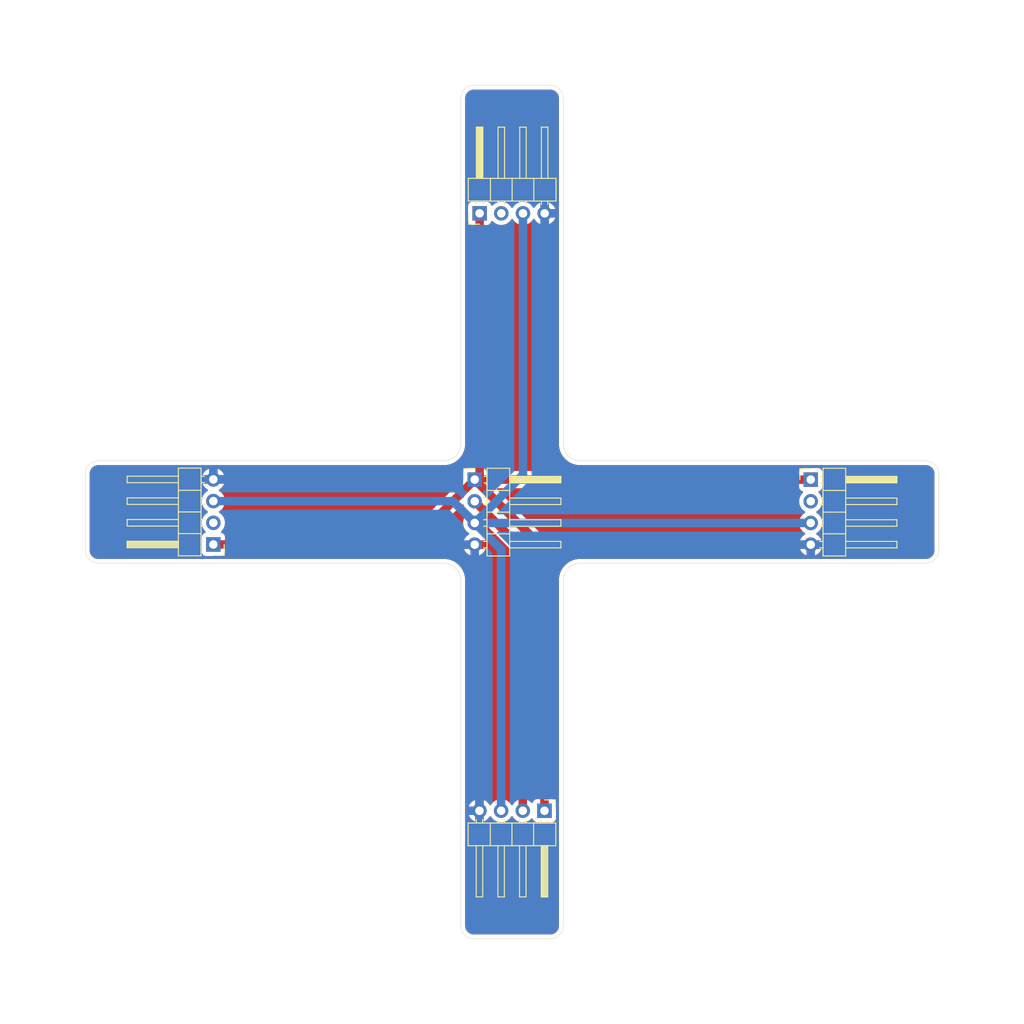
<source format=kicad_pcb>
(kicad_pcb (version 20211014) (generator pcbnew)
  (layers (0 "F.Cu" signal) (31 "B.Cu" signal) (34 "B.Paste" user) (35 "F.Paste" user) (36 "B.SilkS" user "B.Silkscreen") (37 "F.SilkS" user "F.Silkscreen") (38 "B.Mask" user) (39 "F.Mask" user) (44 "Edge.Cuts" user))
  (net 0 "")
  (net 1 "Net-(M1-Pad1)")
  (net 2 "Net-(M1-Pad2)")
  (net 4 "GND")
  (net 7 "+12V")
  (footprint "Connector_PinHeader_2.54mm:PinHeader_1x04_P2.54mm_Horizontal" (layer "F.Cu") (at 172.999999 74.2)
    (fp_text reference "M2" hide)
    (fp_text value "Fan_1")
    (fp_line (start 1.44 8.95) (end 4.1 8.95) (layer "F.SilkS") (width 0.12))
    (fp_line (start 1.042929 2.92) (end 1.44 2.92) (layer "F.SilkS") (width 0.12))
    (fp_line (start 4.1 7.24) (end 10.1 7.24) (layer "F.SilkS") (width 0.12))
    (fp_line (start 1.44 -1.33) (end 1.44 8.95) (layer "F.SilkS") (width 0.12))
    (fp_line (start 4.1 0.28) (end 10.1 0.28) (layer "F.SilkS") (width 0.12))
    (fp_line (start 1.44 6.35) (end 4.1 6.35) (layer "F.SilkS") (width 0.12))
    (fp_line (start 10.1 7.24) (end 10.1 8) (layer "F.SilkS") (width 0.12))
    (fp_line (start 1.44 3.81) (end 4.1 3.81) (layer "F.SilkS") (width 0.12))
    (fp_line (start 4.1 -0.32) (end 10.1 -0.32) (layer "F.SilkS") (width 0.12))
    (fp_line (start 10.1 0.38) (end 4.1 0.38) (layer "F.SilkS") (width 0.12))
    (fp_line (start 1.11 0.38) (end 1.44 0.38) (layer "F.SilkS") (width 0.12))
    (fp_line (start 4.1 -0.38) (end 10.1 -0.38) (layer "F.SilkS") (width 0.12))
    (fp_line (start 4.1 0.16) (end 10.1 0.16) (layer "F.SilkS") (width 0.12))
    (fp_line (start 10.1 -0.38) (end 10.1 0.38) (layer "F.SilkS") (width 0.12))
    (fp_line (start 4.1 -0.08) (end 10.1 -0.08) (layer "F.SilkS") (width 0.12))
    (fp_line (start 4.1 -1.33) (end 1.44 -1.33) (layer "F.SilkS") (width 0.12))
    (fp_line (start 1.042929 5.46) (end 1.44 5.46) (layer "F.SilkS") (width 0.12))
    (fp_line (start 10.1 2.16) (end 10.1 2.92) (layer "F.SilkS") (width 0.12))
    (fp_line (start 4.1 4.7) (end 10.1 4.7) (layer "F.SilkS") (width 0.12))
    (fp_line (start 1.042929 8) (end 1.44 8) (layer "F.SilkS") (width 0.12))
    (fp_line (start 1.042929 2.16) (end 1.44 2.16) (layer "F.SilkS") (width 0.12))
    (fp_line (start 10.1 4.7) (end 10.1 5.46) (layer "F.SilkS") (width 0.12))
    (fp_line (start 1.11 -0.38) (end 1.44 -0.38) (layer "F.SilkS") (width 0.12))
    (fp_line (start 10.1 5.46) (end 4.1 5.46) (layer "F.SilkS") (width 0.12))
    (fp_line (start 1.042929 7.24) (end 1.44 7.24) (layer "F.SilkS") (width 0.12))
    (fp_line (start 4.1 8.95) (end 4.1 -1.33) (layer "F.SilkS") (width 0.12))
    (fp_line (start 4.1 0.04) (end 10.1 0.04) (layer "F.SilkS") (width 0.12))
    (fp_line (start -1.27 0) (end -1.27 -1.27) (layer "F.SilkS") (width 0.12))
    (fp_line (start 4.1 -0.2) (end 10.1 -0.2) (layer "F.SilkS") (width 0.12))
    (fp_line (start 1.042929 4.7) (end 1.44 4.7) (layer "F.SilkS") (width 0.12))
    (fp_line (start 10.1 2.92) (end 4.1 2.92) (layer "F.SilkS") (width 0.12))
    (fp_line (start 10.1 8) (end 4.1 8) (layer "F.SilkS") (width 0.12))
    (fp_line (start 1.44 1.27) (end 4.1 1.27) (layer "F.SilkS") (width 0.12))
    (fp_line (start 4.1 2.16) (end 10.1 2.16) (layer "F.SilkS") (width 0.12))
    (fp_line (start -1.27 -1.27) (end 0 -1.27) (layer "F.SilkS") (width 0.12))
    (pad "1" thru_hole rect locked (at 0 0) (size 1.7 1.7) (drill 1) (layers *.Cu *.Mask) (net 1 "Net-(M1-Pad1)"))
    (pad "2" thru_hole oval locked (at 0 2.54) (size 1.7 1.7) (drill 1) (layers *.Cu *.Mask))
    (pad "3" thru_hole oval locked (at 0 5.08) (size 1.7 1.7) (drill 1) (layers *.Cu *.Mask) (net 7 "+12V"))
    (pad "4" thru_hole oval locked (at 0 7.62) (size 1.7 1.7) (drill 1) (layers *.Cu *.Mask) (net 4 "GND"))
  )
  (footprint "Connector_PinHeader_2.54mm:PinHeader_1x04_P2.54mm_Horizontal" (layer "F.Cu") (at 141.799999 113 -90)
    (fp_text reference "M3" hide)
    (fp_text value "Fan_2")
    (fp_line (start 10.1 5.46) (end 4.1 5.46) (layer "F.SilkS") (width 0.12))
    (fp_line (start 4.1 2.16) (end 10.1 2.16) (layer "F.SilkS") (width 0.12))
    (fp_line (start 1.44 3.81) (end 4.1 3.81) (layer "F.SilkS") (width 0.12))
    (fp_line (start 1.042929 2.92) (end 1.44 2.92) (layer "F.SilkS") (width 0.12))
    (fp_line (start 4.1 7.24) (end 10.1 7.24) (layer "F.SilkS") (width 0.12))
    (fp_line (start 4.1 0.16) (end 10.1 0.16) (layer "F.SilkS") (width 0.12))
    (fp_line (start 1.44 -1.33) (end 1.44 8.95) (layer "F.SilkS") (width 0.12))
    (fp_line (start 1.042929 7.24) (end 1.44 7.24) (layer "F.SilkS") (width 0.12))
    (fp_line (start 1.44 8.95) (end 4.1 8.95) (layer "F.SilkS") (width 0.12))
    (fp_line (start 4.1 4.7) (end 10.1 4.7) (layer "F.SilkS") (width 0.12))
    (fp_line (start 1.042929 8) (end 1.44 8) (layer "F.SilkS") (width 0.12))
    (fp_line (start 10.1 8) (end 4.1 8) (layer "F.SilkS") (width 0.12))
    (fp_line (start 10.1 7.24) (end 10.1 8) (layer "F.SilkS") (width 0.12))
    (fp_line (start 4.1 -1.33) (end 1.44 -1.33) (layer "F.SilkS") (width 0.12))
    (fp_line (start 1.042929 4.7) (end 1.44 4.7) (layer "F.SilkS") (width 0.12))
    (fp_line (start 4.1 -0.08) (end 10.1 -0.08) (layer "F.SilkS") (width 0.12))
    (fp_line (start -1.27 -1.27) (end 0 -1.27) (layer "F.SilkS") (width 0.12))
    (fp_line (start -1.27 0) (end -1.27 -1.27) (layer "F.SilkS") (width 0.12))
    (fp_line (start 4.1 -0.2) (end 10.1 -0.2) (layer "F.SilkS") (width 0.12))
    (fp_line (start 1.11 -0.38) (end 1.44 -0.38) (layer "F.SilkS") (width 0.12))
    (fp_line (start 1.042929 5.46) (end 1.44 5.46) (layer "F.SilkS") (width 0.12))
    (fp_line (start 10.1 -0.38) (end 10.1 0.38) (layer "F.SilkS") (width 0.12))
    (fp_line (start 1.44 1.27) (end 4.1 1.27) (layer "F.SilkS") (width 0.12))
    (fp_line (start 10.1 0.38) (end 4.1 0.38) (layer "F.SilkS") (width 0.12))
    (fp_line (start 4.1 8.95) (end 4.1 -1.33) (layer "F.SilkS") (width 0.12))
    (fp_line (start 10.1 2.16) (end 10.1 2.92) (layer "F.SilkS") (width 0.12))
    (fp_line (start 10.1 2.92) (end 4.1 2.92) (layer "F.SilkS") (width 0.12))
    (fp_line (start 1.11 0.38) (end 1.44 0.38) (layer "F.SilkS") (width 0.12))
    (fp_line (start 1.042929 2.16) (end 1.44 2.16) (layer "F.SilkS") (width 0.12))
    (fp_line (start 4.1 -0.32) (end 10.1 -0.32) (layer "F.SilkS") (width 0.12))
    (fp_line (start 4.1 -0.38) (end 10.1 -0.38) (layer "F.SilkS") (width 0.12))
    (fp_line (start 4.1 0.04) (end 10.1 0.04) (layer "F.SilkS") (width 0.12))
    (fp_line (start 1.44 6.35) (end 4.1 6.35) (layer "F.SilkS") (width 0.12))
    (fp_line (start 10.1 4.7) (end 10.1 5.46) (layer "F.SilkS") (width 0.12))
    (fp_line (start 4.1 0.28) (end 10.1 0.28) (layer "F.SilkS") (width 0.12))
    (pad "1" thru_hole rect locked (at 0 0 270) (size 1.7 1.7) (drill 1) (layers *.Cu *.Mask) (net 1 "Net-(M1-Pad1)"))
    (pad "2" thru_hole oval locked (at 0 2.54 270) (size 1.7 1.7) (drill 1) (layers *.Cu *.Mask) (net 2 "Net-(M1-Pad2)"))
    (pad "3" thru_hole oval locked (at 0 5.08 270) (size 1.7 1.7) (drill 1) (layers *.Cu *.Mask) (net 7 "+12V"))
    (pad "4" thru_hole oval locked (at 0 7.62 270) (size 1.7 1.7) (drill 1) (layers *.Cu *.Mask) (net 4 "GND"))
  )
  (footprint "Connector_PinHeader_2.54mm:PinHeader_1x04_P2.54mm_Horizontal" (layer "F.Cu") (at 133.624999 74.2)
    (fp_text reference "M1" hide)
    (fp_text value "Input")
    (fp_line (start 4.1 0.04) (end 10.1 0.04) (layer "F.SilkS") (width 0.12))
    (fp_line (start 1.042929 8) (end 1.44 8) (layer "F.SilkS") (width 0.12))
    (fp_line (start 1.042929 2.92) (end 1.44 2.92) (layer "F.SilkS") (width 0.12))
    (fp_line (start 10.1 2.92) (end 4.1 2.92) (layer "F.SilkS") (width 0.12))
    (fp_line (start 1.44 6.35) (end 4.1 6.35) (layer "F.SilkS") (width 0.12))
    (fp_line (start 10.1 7.24) (end 10.1 8) (layer "F.SilkS") (width 0.12))
    (fp_line (start 10.1 5.46) (end 4.1 5.46) (layer "F.SilkS") (width 0.12))
    (fp_line (start 4.1 8.95) (end 4.1 -1.33) (layer "F.SilkS") (width 0.12))
    (fp_line (start 4.1 0.16) (end 10.1 0.16) (layer "F.SilkS") (width 0.12))
    (fp_line (start 10.1 8) (end 4.1 8) (layer "F.SilkS") (width 0.12))
    (fp_line (start -1.27 0) (end -1.27 -1.27) (layer "F.SilkS") (width 0.12))
    (fp_line (start 1.042929 2.16) (end 1.44 2.16) (layer "F.SilkS") (width 0.12))
    (fp_line (start 4.1 -0.2) (end 10.1 -0.2) (layer "F.SilkS") (width 0.12))
    (fp_line (start 4.1 4.7) (end 10.1 4.7) (layer "F.SilkS") (width 0.12))
    (fp_line (start 4.1 0.28) (end 10.1 0.28) (layer "F.SilkS") (width 0.12))
    (fp_line (start 10.1 0.38) (end 4.1 0.38) (layer "F.SilkS") (width 0.12))
    (fp_line (start 10.1 -0.38) (end 10.1 0.38) (layer "F.SilkS") (width 0.12))
    (fp_line (start 1.44 1.27) (end 4.1 1.27) (layer "F.SilkS") (width 0.12))
    (fp_line (start 1.44 -1.33) (end 1.44 8.95) (layer "F.SilkS") (width 0.12))
    (fp_line (start 4.1 -0.08) (end 10.1 -0.08) (layer "F.SilkS") (width 0.12))
    (fp_line (start 1.11 0.38) (end 1.44 0.38) (layer "F.SilkS") (width 0.12))
    (fp_line (start 4.1 -1.33) (end 1.44 -1.33) (layer "F.SilkS") (width 0.12))
    (fp_line (start 1.44 3.81) (end 4.1 3.81) (layer "F.SilkS") (width 0.12))
    (fp_line (start 1.11 -0.38) (end 1.44 -0.38) (layer "F.SilkS") (width 0.12))
    (fp_line (start 4.1 -0.32) (end 10.1 -0.32) (layer "F.SilkS") (width 0.12))
    (fp_line (start 4.1 7.24) (end 10.1 7.24) (layer "F.SilkS") (width 0.12))
    (fp_line (start 4.1 2.16) (end 10.1 2.16) (layer "F.SilkS") (width 0.12))
    (fp_line (start 4.1 -0.38) (end 10.1 -0.38) (layer "F.SilkS") (width 0.12))
    (fp_line (start 1.042929 4.7) (end 1.44 4.7) (layer "F.SilkS") (width 0.12))
    (fp_line (start 1.44 8.95) (end 4.1 8.95) (layer "F.SilkS") (width 0.12))
    (fp_line (start 10.1 4.7) (end 10.1 5.46) (layer "F.SilkS") (width 0.12))
    (fp_line (start 1.042929 7.24) (end 1.44 7.24) (layer "F.SilkS") (width 0.12))
    (fp_line (start 10.1 2.16) (end 10.1 2.92) (layer "F.SilkS") (width 0.12))
    (fp_line (start -1.27 -1.27) (end 0 -1.27) (layer "F.SilkS") (width 0.12))
    (fp_line (start 1.042929 5.46) (end 1.44 5.46) (layer "F.SilkS") (width 0.12))
    (pad "1" thru_hole rect locked (at 0 0) (size 1.7 1.7) (drill 1) (layers *.Cu *.Mask) (net 1 "Net-(M1-Pad1)"))
    (pad "2" thru_hole oval locked (at 0 2.54) (size 1.7 1.7) (drill 1) (layers *.Cu *.Mask) (net 2 "Net-(M1-Pad2)"))
    (pad "3" thru_hole oval locked (at 0 5.08) (size 1.7 1.7) (drill 1) (layers *.Cu *.Mask) (net 7 "+12V"))
    (pad "4" thru_hole oval locked (at 0 7.62) (size 1.7 1.7) (drill 1) (layers *.Cu *.Mask) (net 4 "GND"))
  )
  (footprint "Connector_PinHeader_2.54mm:PinHeader_1x04_P2.54mm_Horizontal" (layer "F.Cu") (at 102.999999 81.8 180)
    (fp_text reference "M4" hide)
    (fp_text value "Fan_3")
    (fp_line (start 10.1 8) (end 4.1 8) (layer "F.SilkS") (width 0.12))
    (fp_line (start 4.1 0.28) (end 10.1 0.28) (layer "F.SilkS") (width 0.12))
    (fp_line (start 1.042929 2.16) (end 1.44 2.16) (layer "F.SilkS") (width 0.12))
    (fp_line (start 10.1 5.46) (end 4.1 5.46) (layer "F.SilkS") (width 0.12))
    (fp_line (start 1.44 8.95) (end 4.1 8.95) (layer "F.SilkS") (width 0.12))
    (fp_line (start 1.44 3.81) (end 4.1 3.81) (layer "F.SilkS") (width 0.12))
    (fp_line (start 4.1 0.16) (end 10.1 0.16) (layer "F.SilkS") (width 0.12))
    (fp_line (start 1.042929 5.46) (end 1.44 5.46) (layer "F.SilkS") (width 0.12))
    (fp_line (start 10.1 -0.38) (end 10.1 0.38) (layer "F.SilkS") (width 0.12))
    (fp_line (start 4.1 0.04) (end 10.1 0.04) (layer "F.SilkS") (width 0.12))
    (fp_line (start 4.1 2.16) (end 10.1 2.16) (layer "F.SilkS") (width 0.12))
    (fp_line (start 4.1 4.7) (end 10.1 4.7) (layer "F.SilkS") (width 0.12))
    (fp_line (start 4.1 -1.33) (end 1.44 -1.33) (layer "F.SilkS") (width 0.12))
    (fp_line (start 1.11 0.38) (end 1.44 0.38) (layer "F.SilkS") (width 0.12))
    (fp_line (start 1.042929 8) (end 1.44 8) (layer "F.SilkS") (width 0.12))
    (fp_line (start 4.1 8.95) (end 4.1 -1.33) (layer "F.SilkS") (width 0.12))
    (fp_line (start -1.27 0) (end -1.27 -1.27) (layer "F.SilkS") (width 0.12))
    (fp_line (start 1.44 -1.33) (end 1.44 8.95) (layer "F.SilkS") (width 0.12))
    (fp_line (start 10.1 2.16) (end 10.1 2.92) (layer "F.SilkS") (width 0.12))
    (fp_line (start 4.1 7.24) (end 10.1 7.24) (layer "F.SilkS") (width 0.12))
    (fp_line (start 1.44 6.35) (end 4.1 6.35) (layer "F.SilkS") (width 0.12))
    (fp_line (start 4.1 -0.38) (end 10.1 -0.38) (layer "F.SilkS") (width 0.12))
    (fp_line (start 10.1 0.38) (end 4.1 0.38) (layer "F.SilkS") (width 0.12))
    (fp_line (start 1.042929 2.92) (end 1.44 2.92) (layer "F.SilkS") (width 0.12))
    (fp_line (start 10.1 7.24) (end 10.1 8) (layer "F.SilkS") (width 0.12))
    (fp_line (start 4.1 -0.2) (end 10.1 -0.2) (layer "F.SilkS") (width 0.12))
    (fp_line (start 4.1 -0.08) (end 10.1 -0.08) (layer "F.SilkS") (width 0.12))
    (fp_line (start 1.44 1.27) (end 4.1 1.27) (layer "F.SilkS") (width 0.12))
    (fp_line (start 4.1 -0.32) (end 10.1 -0.32) (layer "F.SilkS") (width 0.12))
    (fp_line (start 1.11 -0.38) (end 1.44 -0.38) (layer "F.SilkS") (width 0.12))
    (fp_line (start 1.042929 4.7) (end 1.44 4.7) (layer "F.SilkS") (width 0.12))
    (fp_line (start 10.1 2.92) (end 4.1 2.92) (layer "F.SilkS") (width 0.12))
    (fp_line (start 1.042929 7.24) (end 1.44 7.24) (layer "F.SilkS") (width 0.12))
    (fp_line (start 10.1 4.7) (end 10.1 5.46) (layer "F.SilkS") (width 0.12))
    (fp_line (start -1.27 -1.27) (end 0 -1.27) (layer "F.SilkS") (width 0.12))
    (pad "1" thru_hole rect locked (at 0 0 180) (size 1.7 1.7) (drill 1) (layers *.Cu *.Mask) (net 1 "Net-(M1-Pad1)"))
    (pad "2" thru_hole oval locked (at 0 2.54 180) (size 1.7 1.7) (drill 1) (layers *.Cu *.Mask))
    (pad "3" thru_hole oval locked (at 0 5.08 180) (size 1.7 1.7) (drill 1) (layers *.Cu *.Mask) (net 7 "+12V"))
    (pad "4" thru_hole oval locked (at 0 7.62 180) (size 1.7 1.7) (drill 1) (layers *.Cu *.Mask) (net 4 "GND"))
  )
  (footprint "Connector_PinHeader_2.54mm:PinHeader_1x04_P2.54mm_Horizontal" (layer "F.Cu") (at 134.199999 43 90)
    (fp_text reference "M5" hide)
    (fp_text value "Fan_4")
    (fp_line (start 1.042929 4.7) (end 1.44 4.7) (layer "F.SilkS") (width 0.12))
    (fp_line (start 10.1 2.16) (end 10.1 2.92) (layer "F.SilkS") (width 0.12))
    (fp_line (start -1.27 0) (end -1.27 -1.27) (layer "F.SilkS") (width 0.12))
    (fp_line (start 4.1 -0.2) (end 10.1 -0.2) (layer "F.SilkS") (width 0.12))
    (fp_line (start 10.1 8) (end 4.1 8) (layer "F.SilkS") (width 0.12))
    (fp_line (start 4.1 -1.33) (end 1.44 -1.33) (layer "F.SilkS") (width 0.12))
    (fp_line (start 10.1 5.46) (end 4.1 5.46) (layer "F.SilkS") (width 0.12))
    (fp_line (start 4.1 7.24) (end 10.1 7.24) (layer "F.SilkS") (width 0.12))
    (fp_line (start 10.1 -0.38) (end 10.1 0.38) (layer "F.SilkS") (width 0.12))
    (fp_line (start 1.44 -1.33) (end 1.44 8.95) (layer "F.SilkS") (width 0.12))
    (fp_line (start 4.1 8.95) (end 4.1 -1.33) (layer "F.SilkS") (width 0.12))
    (fp_line (start 4.1 4.7) (end 10.1 4.7) (layer "F.SilkS") (width 0.12))
    (fp_line (start 1.042929 8) (end 1.44 8) (layer "F.SilkS") (width 0.12))
    (fp_line (start 10.1 2.92) (end 4.1 2.92) (layer "F.SilkS") (width 0.12))
    (fp_line (start 1.042929 2.92) (end 1.44 2.92) (layer "F.SilkS") (width 0.12))
    (fp_line (start 10.1 4.7) (end 10.1 5.46) (layer "F.SilkS") (width 0.12))
    (fp_line (start -1.27 -1.27) (end 0 -1.27) (layer "F.SilkS") (width 0.12))
    (fp_line (start 4.1 -0.32) (end 10.1 -0.32) (layer "F.SilkS") (width 0.12))
    (fp_line (start 4.1 0.04) (end 10.1 0.04) (layer "F.SilkS") (width 0.12))
    (fp_line (start 4.1 2.16) (end 10.1 2.16) (layer "F.SilkS") (width 0.12))
    (fp_line (start 1.042929 2.16) (end 1.44 2.16) (layer "F.SilkS") (width 0.12))
    (fp_line (start 4.1 -0.08) (end 10.1 -0.08) (layer "F.SilkS") (width 0.12))
    (fp_line (start 1.44 3.81) (end 4.1 3.81) (layer "F.SilkS") (width 0.12))
    (fp_line (start 1.042929 7.24) (end 1.44 7.24) (layer "F.SilkS") (width 0.12))
    (fp_line (start 1.44 1.27) (end 4.1 1.27) (layer "F.SilkS") (width 0.12))
    (fp_line (start 4.1 -0.38) (end 10.1 -0.38) (layer "F.SilkS") (width 0.12))
    (fp_line (start 1.11 0.38) (end 1.44 0.38) (layer "F.SilkS") (width 0.12))
    (fp_line (start 4.1 0.16) (end 10.1 0.16) (layer "F.SilkS") (width 0.12))
    (fp_line (start 1.44 6.35) (end 4.1 6.35) (layer "F.SilkS") (width 0.12))
    (fp_line (start 1.042929 5.46) (end 1.44 5.46) (layer "F.SilkS") (width 0.12))
    (fp_line (start 10.1 7.24) (end 10.1 8) (layer "F.SilkS") (width 0.12))
    (fp_line (start 10.1 0.38) (end 4.1 0.38) (layer "F.SilkS") (width 0.12))
    (fp_line (start 1.11 -0.38) (end 1.44 -0.38) (layer "F.SilkS") (width 0.12))
    (fp_line (start 4.1 0.28) (end 10.1 0.28) (layer "F.SilkS") (width 0.12))
    (fp_line (start 1.44 8.95) (end 4.1 8.95) (layer "F.SilkS") (width 0.12))
    (pad "1" thru_hole rect locked (at 0 0 90) (size 1.7 1.7) (drill 1) (layers *.Cu *.Mask) (net 1 "Net-(M1-Pad1)"))
    (pad "2" thru_hole oval locked (at 0 2.54 90) (size 1.7 1.7) (drill 1) (layers *.Cu *.Mask))
    (pad "3" thru_hole oval locked (at 0 5.08 90) (size 1.7 1.7) (drill 1) (layers *.Cu *.Mask) (net 7 "+12V"))
    (pad "4" thru_hole oval locked (at 0 7.62 90) (size 1.7 1.7) (drill 1) (layers *.Cu *.Mask) (net 4 "GND"))
  )
  (gr_arc (start 143.999999 126.5) (mid 143.560659 127.56066) (end 142.499999 128) (layer "Edge.Cuts") (width 0.05))
  (gr_arc (start 133.499999 128) (mid 132.439339 127.56066) (end 131.999999 126.5) (layer "Edge.Cuts") (width 0.05))
  (gr_arc (start 132 70) (mid 131.414214 71.414214) (end 130 72) (layer "Edge.Cuts") (width 0.05))
  (gr_line (start 87.999999 82.5) (end 87.999999 73.5) (layer "Edge.Cuts") (width 0.05))
  (gr_line (start 142.499999 128) (end 133.499999 128) (layer "Edge.Cuts") (width 0.05))
  (gr_arc (start 87.999999 73.5) (mid 88.439339 72.43934) (end 89.499999 72) (layer "Edge.Cuts") (width 0.05))
  (gr_arc (start 131.999999 29.5) (mid 132.439339 28.43934) (end 133.499999 28) (layer "Edge.Cuts") (width 0.05))
  (gr_line (start 143.999999 86) (end 143.999999 126.5) (layer "Edge.Cuts") (width 0.05))
  (gr_arc (start 129.999999 84.000001) (mid 131.414213 84.585787) (end 131.999999 86.000001) (layer "Edge.Cuts") (width 0.05))
  (gr_line (start 145.999999 72) (end 186.499999 72) (layer "Edge.Cuts") (width 0.05))
  (gr_line (start 187.999999 73.5) (end 187.999999 82.5) (layer "Edge.Cuts") (width 0.05))
  (gr_arc (start 143.999999 86) (mid 144.585785 84.585786) (end 145.999999 84) (layer "Edge.Cuts") (width 0.05))
  (gr_line (start 89.499999 72) (end 130 72) (layer "Edge.Cuts") (width 0.05))
  (gr_line (start 132 70) (end 131.999999 29.5) (layer "Edge.Cuts") (width 0.05))
  (gr_line (start 186.499999 84) (end 145.999999 84) (layer "Edge.Cuts") (width 0.05))
  (gr_line (start 143.999999 29.5) (end 143.999999 70) (layer "Edge.Cuts") (width 0.05))
  (gr_arc (start 145.999999 72) (mid 144.585785 71.414214) (end 143.999999 70) (layer "Edge.Cuts") (width 0.05))
  (gr_arc (start 187.999999 82.5) (mid 187.560659 83.56066) (end 186.499999 84) (layer "Edge.Cuts") (width 0.05))
  (gr_arc (start 89.499999 84) (mid 88.439339 83.56066) (end 87.999999 82.5) (layer "Edge.Cuts") (width 0.05))
  (gr_arc (start 186.499999 72) (mid 187.560659 72.43934) (end 187.999999 73.5) (layer "Edge.Cuts") (width 0.05))
  (gr_arc (start 142.499999 28) (mid 143.560659 28.43934) (end 143.999999 29.5) (layer "Edge.Cuts") (width 0.05))
  (gr_line (start 131.999999 126.5) (end 131.999999 86.000001) (layer "Edge.Cuts") (width 0.05))
  (gr_line (start 133.499999 28) (end 142.499999 28) (layer "Edge.Cuts") (width 0.05))
  (gr_line (start 129.999999 84.000001) (end 89.499999 84) (layer "Edge.Cuts") (width 0.05))
  (segment (start 126.024999 81.8) (end 133.624999 74.2) (width 1) (layer "F.Cu") (net 1))
  (segment (start 133.624999 74.2) (end 141.799999 82.375) (width 1) (layer "F.Cu") (net 1))
  (segment (start 134.199999 73.625) (end 133.624999 74.2) (width 1) (layer "F.Cu") (net 1))
  (segment (start 134.199999 43) (end 134.199999 73.625) (width 1) (layer "F.Cu") (net 1))
  (segment (start 141.799999 82.375) (end 141.799999 113) (width 1) (layer "F.Cu") (net 1))
  (segment (start 126.024999 81.8) (end 102.999999 81.8) (width 1) (layer "F.Cu") (net 1))
  (segment (start 133.624999 74.2) (end 172.999999 74.2) (width 1) (layer "F.Cu") (net 1))
  (segment (start 133.624999 76.74) (end 139.259999 82.375) (width 1) (layer "F.Cu") (net 2))
  (segment (start 139.259999 82.375) (end 139.259999 113) (width 1) (layer "F.Cu") (net 2))
  (segment (start 136.719999 82.375) (end 133.624999 79.28) (width 1) (layer "B.Cu") (net 7))
  (segment (start 172.999999 79.28) (end 133.624999 79.28) (width 1) (layer "B.Cu") (net 7))
  (segment (start 133.624999 79.28) (end 139.279999 73.625) (width 1) (layer "B.Cu") (net 7))
  (segment (start 139.279999 73.625) (end 139.279999 43) (width 1) (layer "B.Cu") (net 7))
  (segment (start 131.064999 76.72) (end 102.999999 76.72) (width 1) (layer "B.Cu") (net 7))
  (segment (start 131.064999 76.72) (end 133.624999 79.28) (width 1) (layer "B.Cu") (net 7))
  (segment (start 136.719999 82.375) (end 136.719999 113) (width 1) (layer "B.Cu") (net 7))
  (zone (net 4) (net_name "GND") (layers F&B.Cu) (connect_pads (clearance 0.508)) (min_thickness 0.254) (fill yes (thermal_gap 0.508) (thermal_bridge_width 1) (island_removal_mode 1) (island_area_min 0))
    (polygon (pts (xy 197.999999 138) (xy 77.999999 138) (xy 77.999999 18) (xy 197.999999 18)))
  )
)
</source>
